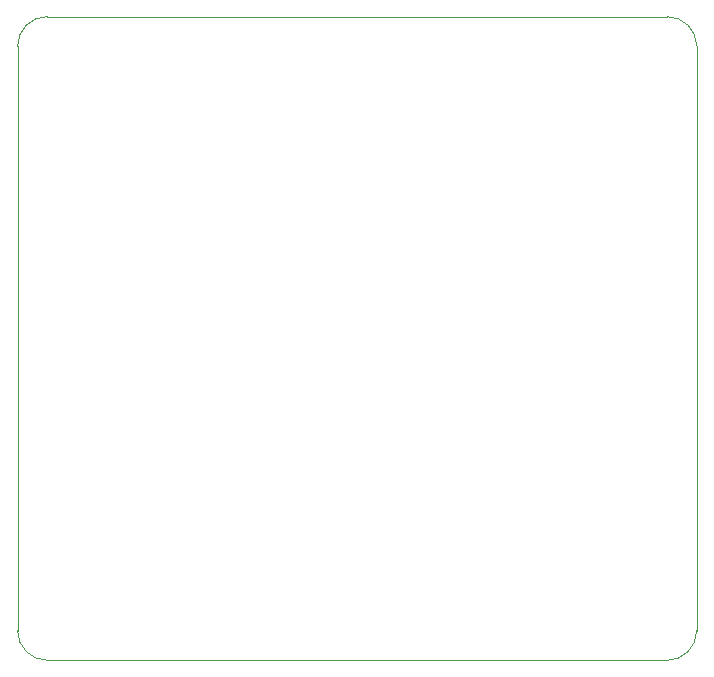
<source format=gbr>
%TF.GenerationSoftware,KiCad,Pcbnew,9.0.0*%
%TF.CreationDate,2025-03-24T13:57:02-05:00*%
%TF.ProjectId,DIIN-proyecto,4449494e-2d70-4726-9f79-6563746f2e6b,rev?*%
%TF.SameCoordinates,Original*%
%TF.FileFunction,Profile,NP*%
%FSLAX46Y46*%
G04 Gerber Fmt 4.6, Leading zero omitted, Abs format (unit mm)*
G04 Created by KiCad (PCBNEW 9.0.0) date 2025-03-24 13:57:02*
%MOMM*%
%LPD*%
G01*
G04 APERTURE LIST*
%TA.AperFunction,Profile*%
%ADD10C,0.050000*%
%TD*%
%TA.AperFunction,Profile*%
%ADD11C,0.100000*%
%TD*%
G04 APERTURE END LIST*
D10*
X99000000Y-103000000D02*
X151500000Y-103000000D01*
X96500000Y-51000000D02*
X96500000Y-100500000D01*
X151500000Y-48500000D02*
X99000000Y-48500000D01*
X154000000Y-100500000D02*
X154000000Y-51000000D01*
D11*
X154000000Y-100500000D02*
G75*
G02*
X151500000Y-103000000I-2500000J0D01*
G01*
X151500000Y-48500000D02*
G75*
G02*
X154000000Y-51000000I0J-2500000D01*
G01*
X96500000Y-51000000D02*
G75*
G02*
X99000000Y-48500000I2500000J0D01*
G01*
X99000000Y-103000000D02*
G75*
G02*
X96500000Y-100500000I0J2500000D01*
G01*
M02*

</source>
